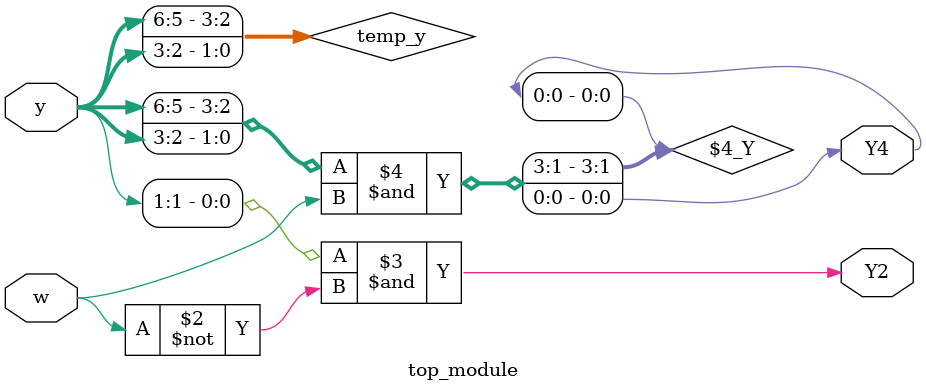
<source format=sv>
module top_module (
    input [6:1] y,
    input w,
    output wire Y2,
    output wire Y4
);

    reg [3:0] temp_y; // to store selected bits of y

    // Select bits 2, 3, 5, 6 of y
    always @* begin
        temp_y = {y[6], y[5], y[3], y[2]};
    end

    // Generate Y2 by taking the logical AND of the first bit of y and the logical NOT of w
    assign Y2 = y[1] & ~w;

    // Generate Y4 by taking the logical AND of selected bits of y and w
    assign Y4 = temp_y & w;

endmodule

</source>
